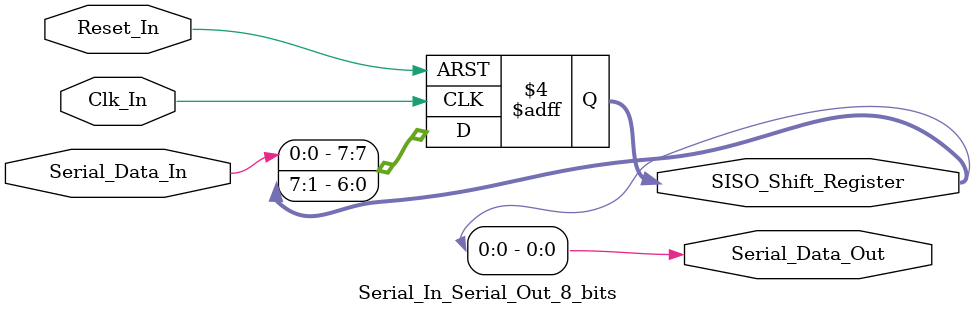
<source format=v>
/* 
Verilog Code to implement a Serial-In-Serial-Out (SISO) Shift Register.

This SISO consists of a 8-bit Shift Register.

Author - Prasad Narayan Ghatol
*/

module Serial_In_Serial_Out_8_bits(
    input Clk_In,                   // Apply the Clock Input to the Design
    input Reset_In,                 // Reset Signal, to reset the Design
    input Serial_Data_In,           // Apply the Serial Data Input to the Design 
    output Serial_Data_Out,     // Serial Data Output of the Design

    // Debug Port, to see the data getting shifted
    output reg [7:0] SISO_Shift_Register    // Debug Port, for displaying the values in the Shift Register
);


// Loop Counter
integer count;

// Assigning the value to the Serial_Data_Out
assign Serial_Data_Out = SISO_Shift_Register[0];

// Implement the SISO Shift Register
always @ (negedge Clk_In or posedge Reset_In)
    begin
        if (Reset_In == 1'b1)
            begin
                SISO_Shift_Register <= 8'h0;
            end
        else
            begin
                SISO_Shift_Register[7] <= Serial_Data_In;
                
                for (count = 7; count > 0; count = count - 1)
                    begin
                        SISO_Shift_Register[count-1] <= SISO_Shift_Register[count];
                    end
            end
    end


endmodule
</source>
